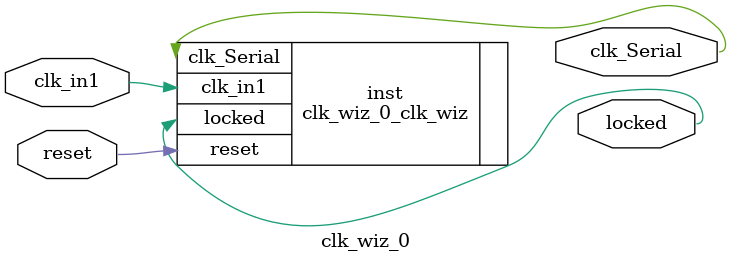
<source format=v>


`timescale 1ps/1ps

(* CORE_GENERATION_INFO = "clk_wiz_0,clk_wiz_v5_3_3_0,{component_name=clk_wiz_0,use_phase_alignment=true,use_min_o_jitter=false,use_max_i_jitter=false,use_dyn_phase_shift=false,use_inclk_switchover=false,use_dyn_reconfig=false,enable_axi=0,feedback_source=FDBK_AUTO,PRIMITIVE=MMCM,num_out_clk=1,clkin1_period=10.0,clkin2_period=10.0,use_power_down=false,use_reset=true,use_locked=true,use_inclk_stopped=false,feedback_type=SINGLE,CLOCK_MGR_TYPE=NA,manual_override=false}" *)

module clk_wiz_0 
 (
  // Clock out ports
  output        clk_Serial,
  // Status and control signals
  input         reset,
  output        locked,
 // Clock in ports
  input         clk_in1
 );

  clk_wiz_0_clk_wiz inst
  (
  // Clock out ports  
  .clk_Serial(clk_Serial),
  // Status and control signals               
  .reset(reset), 
  .locked(locked),
 // Clock in ports
  .clk_in1(clk_in1)
  );

endmodule

</source>
